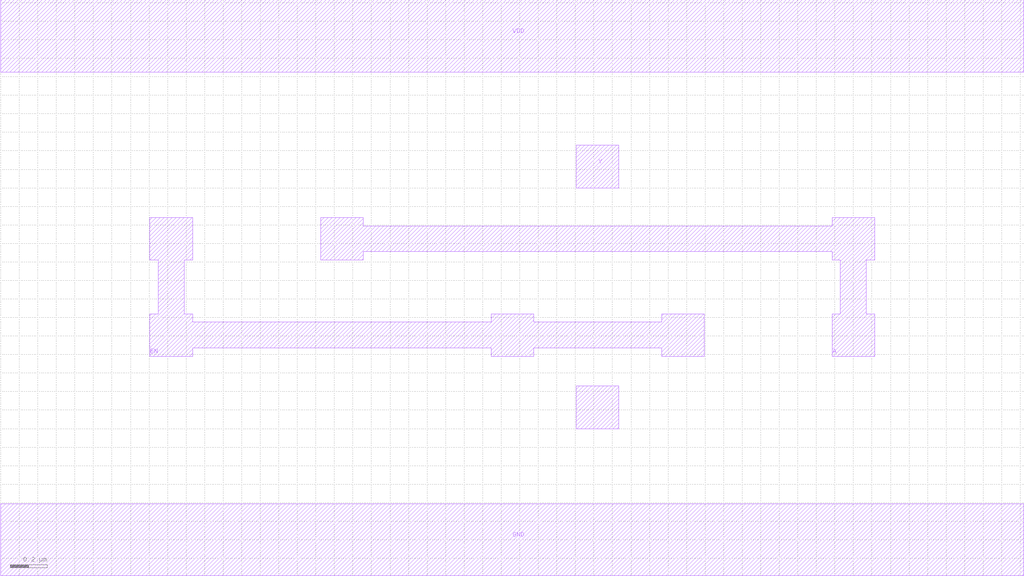
<source format=lef>
MACRO TBUFX2
 CLASS CORE ;
 ORIGIN 0 0 ;
 FOREIGN TBUFX2 0 0 ;
 SITE CORE ;
 SYMMETRY X Y R90 ;
  PIN VDD
   DIRECTION INOUT ;
   USE SIGNAL ;
   SHAPE ABUTMENT ;
    PORT
     CLASS CORE ;
       LAYER metal2 ;
        RECT 0.00000000 2.52500000 5.52000000 2.91500000 ;
    END
  END VDD

  PIN GND
   DIRECTION INOUT ;
   USE SIGNAL ;
   SHAPE ABUTMENT ;
    PORT
     CLASS CORE ;
       LAYER metal2 ;
        RECT 0.00000000 -0.19500000 5.52000000 0.19500000 ;
    END
  END GND

  PIN Y
   DIRECTION INOUT ;
   USE SIGNAL ;
   SHAPE ABUTMENT ;
    PORT
     CLASS CORE ;
       LAYER metal2 ;
        RECT 3.10500000 0.60000000 3.33500000 0.83000000 ;
       LAYER metal2 ;
        RECT 3.10500000 1.90000000 3.33500000 2.13000000 ;
    END
  END Y

  PIN A
   DIRECTION INOUT ;
   USE SIGNAL ;
   SHAPE ABUTMENT ;
    PORT
     CLASS CORE ;
       LAYER metal2 ;
        POLYGON 4.48500000 0.99000000 4.48500000 1.22000000 4.53000000 1.22000000 4.53000000 1.51000000 4.48500000 1.51000000 4.48500000 1.55500000 1.95500000 1.55500000 1.95500000 1.51000000 1.72500000 1.51000000 1.72500000 1.74000000 1.95500000 1.74000000 1.95500000 1.69500000 4.48500000 1.69500000 4.48500000 1.74000000 4.71500000 1.74000000 4.71500000 1.51000000 4.67000000 1.51000000 4.67000000 1.22000000 4.71500000 1.22000000 4.71500000 0.99000000 ;
    END
  END A

  PIN EN
   DIRECTION INOUT ;
   USE SIGNAL ;
   SHAPE ABUTMENT ;
    PORT
     CLASS CORE ;
       LAYER metal2 ;
        POLYGON 0.80500000 0.99000000 0.80500000 1.22000000 0.85000000 1.22000000 0.85000000 1.51000000 0.80500000 1.51000000 0.80500000 1.74000000 1.03500000 1.74000000 1.03500000 1.51000000 0.99000000 1.51000000 0.99000000 1.22000000 1.03500000 1.22000000 1.03500000 1.17500000 2.64500000 1.17500000 2.64500000 1.22000000 2.87500000 1.22000000 2.87500000 1.17500000 3.56500000 1.17500000 3.56500000 1.22000000 3.79500000 1.22000000 3.79500000 0.99000000 3.56500000 0.99000000 3.56500000 1.03500000 2.87500000 1.03500000 2.87500000 0.99000000 2.64500000 0.99000000 2.64500000 1.03500000 1.03500000 1.03500000 1.03500000 0.99000000 ;
    END
  END EN


END TBUFX2

</source>
